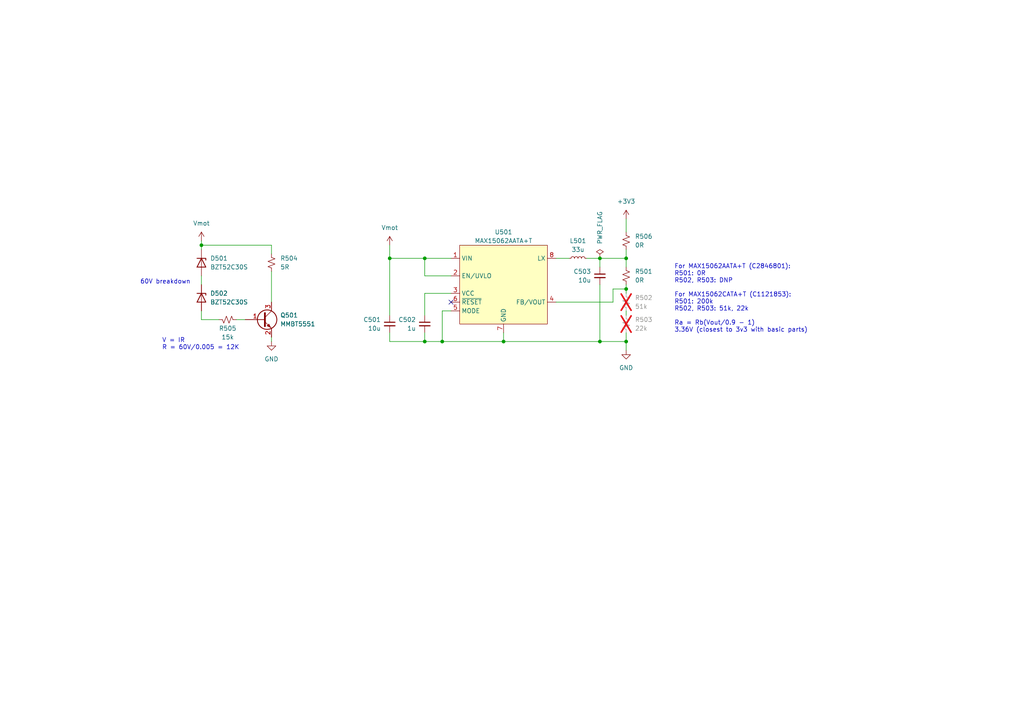
<source format=kicad_sch>
(kicad_sch (version 20230121) (generator eeschema)
  (paper "A4")
  (title_block (title "POWER SUPPLY & FILTERING") (date "2023-10-11") (rev "0.1") (company "matei repair lab"))
  (lib_symbols
    (symbol "Device:C_Small" (pin_numbers hide) (pin_names (offset 0.254) hide)
      (property "Reference" "C" (at 0.254 1.778 0))
      (property "Value" "C_Small" (at 0.254 -2.032 0))
      (symbol "C_Small_0_1"
        (polyline (pts (xy -1.524 -0.508) (xy 1.524 -0.508)) (stroke (width 0.3302)))
        (polyline (pts (xy -1.524 0.508) (xy 1.524 0.508)) (stroke (width 0.3048)))
      )
      (symbol "C_Small_1_1"
        (pin passive line (at 0 2.54 270) (length 2.032) (name "~") (number "1"))
        (pin passive line (at 0 -2.54 90) (length 2.032) (name "~") (number "2"))
      )
    )
    (symbol "Device:D_Zener" (pin_numbers hide) (pin_names (offset 1.016) hide)
      (property "Reference" "D" (at 0 2.54 0))
      (property "Value" "D_Zener" (at 0 -2.54 0))
      (symbol "D_Zener_0_1"
        (polyline (pts (xy 1.27 0) (xy -1.27 0)))
        (polyline (pts (xy -1.27 -1.27) (xy -1.27 1.27) (xy -0.762 1.27)) (stroke (width 0.254)))
        (polyline (pts (xy 1.27 -1.27) (xy 1.27 1.27) (xy -1.27 0) (xy 1.27 -1.27)) (stroke (width 0.254)))
      )
      (symbol "D_Zener_1_1"
        (pin passive line (at -3.81 0 0) (length 2.54) (name "K") (number "1"))
        (pin passive line (at 3.81 0 180) (length 2.54) (name "A") (number "2"))
      )
    )
    (symbol "Device:L_Small" (pin_numbers hide) (pin_names (offset 0.254) hide)
      (property "Reference" "L" (at 0.762 1.016 0))
      (property "Value" "L_Small" (at 0.762 -1.016 0))
      (symbol "L_Small_0_1"
        (arc (start 0 -2.032) (mid 0.5058 -1.524) (end 0 -1.016))
        (arc (start 0 -1.016) (mid 0.5058 -0.508) (end 0 0))
        (arc (start 0 0) (mid 0.5058 0.508) (end 0 1.016))
        (arc (start 0 1.016) (mid 0.5058 1.524) (end 0 2.032))
      )
      (symbol "L_Small_1_1"
        (pin passive line (at 0 2.54 270) (length 0.508) (name "~") (number "1"))
        (pin passive line (at 0 -2.54 90) (length 0.508) (name "~") (number "2"))
      )
    )
    (symbol "Device:R_Small_US" (pin_numbers hide) (pin_names (offset 0.254) hide)
      (property "Reference" "R" (at 0.762 0.508 0))
      (property "Value" "R_Small_US" (at 0.762 -1.016 0))
      (symbol "R_Small_US_1_1"
        (polyline (pts (xy 0 0) (xy 1.016 -0.381) (xy 0 -0.762) (xy -1.016 -1.143) (xy 0 -1.524)))
        (polyline (pts (xy 0 1.524) (xy 1.016 1.143) (xy 0 0.762) (xy -1.016 0.381) (xy 0 0)))
        (pin passive line (at 0 2.54 270) (length 1.016) (name "~") (number "1"))
        (pin passive line (at 0 -2.54 90) (length 1.016) (name "~") (number "2"))
      )
    )
    (symbol "Transistor_BJT:MMBT5551L" (pin_names (offset 0) hide)
      (property "Reference" "Q" (at 5.08 1.905 0))
      (property "Value" "MMBT5551L" (at 5.08 0 0))
      (symbol "MMBT5551L_0_1"
        (polyline (pts (xy 0.635 0.635) (xy 2.54 2.54)))
        (polyline (pts (xy 0.635 -0.635) (xy 2.54 -2.54) (xy 2.54 -2.54)))
        (polyline (pts (xy 0.635 1.905) (xy 0.635 -1.905) (xy 0.635 -1.905)) (stroke (width 0.508)))
        (polyline (pts (xy 1.27 -1.778) (xy 1.778 -1.27) (xy 2.286 -2.286) (xy 1.27 -1.778) (xy 1.27 -1.778)) (fill (type outline)))
        (circle (center 1.27 0) (radius 2.8194) (stroke (width 0.254)))
      )
      (symbol "MMBT5551L_1_1"
        (pin input line (at -5.08 0 0) (length 5.715) (name "B") (number "1"))
        (pin passive line (at 2.54 -5.08 90) (length 2.54) (name "E") (number "2"))
        (pin passive line (at 2.54 5.08 270) (length 2.54) (name "C") (number "3"))
      )
    )
    (symbol "easyeda2kicad:MAX15062CATA+T"
      (property "Reference" "U" (at 0 20.32 0))
      (property "Value" "MAX15062CATA+T" (at 0 17.78 0))
      (symbol "MAX15062CATA+T_0_1"
        (rectangle (start -12.7 16.51) (end 12.7 -6.35) (fill (type background)))
        (pin power_in line (at -15.24 12.7 0) (length 2.54) (name "VIN") (number "1"))
        (pin input line (at -15.24 7.62 0) (length 2.54) (name "EN/UVLO") (number "2"))
        (pin power_out line (at -15.24 2.54 0) (length 2.54) (name "VCC") (number "3"))
        (pin input line (at 15.24 0 180) (length 2.54) (name "FB/VOUT") (number "4"))
        (pin input line (at -15.24 -2.54 0) (length 2.54) (name "MODE") (number "5"))
        (pin input line (at -15.24 0 0) (length 2.54) (name "~{RESET}") (number "6"))
      )
      (symbol "MAX15062CATA+T_1_1"
        (pin power_in line (at 0 -8.89 90) (length 2.54) (name "GND") (number "7"))
        (pin power_out line (at 15.24 12.7 180) (length 2.54) (name "LX") (number "8"))
      )
    )
    (symbol "matei:Vmot" (power) (pin_names (offset 0))
      (property "Value" "Vmot" (at 0 3.81 0))
      (symbol "Vmot_0_1"
        (polyline (pts (xy -0.762 1.27) (xy 0 2.54)))
        (polyline (pts (xy 0 0) (xy 0 2.54)))
        (polyline (pts (xy 0 2.54) (xy 0.762 1.27)))
      )
      (symbol "Vmot_1_1"
        (pin power_in line (at 0 0 90) (length 0) hide (name "Vmot") (number "1"))
      )
    )
    (symbol "power:+3V3" (power) (pin_names (offset 0))
      (property "Value" "+3V3" (at 0 3.556 0))
      (symbol "+3V3_0_1"
        (polyline (pts (xy -0.762 1.27) (xy 0 2.54)))
        (polyline (pts (xy 0 0) (xy 0 2.54)))
        (polyline (pts (xy 0 2.54) (xy 0.762 1.27)))
      )
      (symbol "+3V3_1_1"
        (pin power_in line (at 0 0 90) (length 0) hide (name "+3V3") (number "1"))
      )
    )
    (symbol "power:GND" (power) (pin_names (offset 0))
      (property "Value" "GND" (at 0 -3.81 0))
      (symbol "GND_0_1"
        (polyline (pts (xy 0 0) (xy 0 -1.27) (xy 1.27 -1.27) (xy 0 -2.54) (xy -1.27 -1.27) (xy 0 -1.27)))
      )
      (symbol "GND_1_1"
        (pin power_in line (at 0 0 270) (length 0) hide (name "GND") (number "1"))
      )
    )
    (symbol "power:PWR_FLAG" (power) (pin_numbers hide) (pin_names (offset 0) hide)
      (property "Value" "PWR_FLAG" (at 0 3.81 0))
      (symbol "PWR_FLAG_0_0"
        (pin power_out line (at 0 0 90) (length 0) (name "pwr") (number "1"))
      )
      (symbol "PWR_FLAG_0_1"
        (polyline (pts (xy 0 0) (xy 0 1.27) (xy -1.016 1.905) (xy 0 2.54) (xy 1.016 1.905) (xy 0 1.27)))
      )
    )
  )
  (junction (at 123.19 99.06))
  (junction (at 181.61 83.82))
  (junction (at 146.05 99.06))
  (junction (at 113.03 74.93))
  (junction (at 173.99 74.93))
  (junction (at 173.99 99.06))
  (junction (at 123.19 74.93))
  (junction (at 58.42 71.12))
  (junction (at 181.61 74.93))
  (junction (at 128.27 99.06))
  (junction (at 181.61 99.06))
  (no_connect (at 130.81 87.63))
  (wire (pts (xy 181.61 82.55) (xy 181.61 83.82)))
  (wire (pts (xy 181.61 96.52) (xy 181.61 99.06)))
  (wire (pts (xy 58.42 90.17) (xy 58.42 92.71)))
  (wire (pts (xy 123.19 99.06) (xy 128.27 99.06)))
  (wire (pts (xy 113.03 74.93) (xy 113.03 91.44)))
  (wire (pts (xy 173.99 74.93) (xy 181.61 74.93)))
  (wire (pts (xy 58.42 71.12) (xy 58.42 72.39)))
  (wire (pts (xy 170.18 74.93) (xy 173.99 74.93)))
  (wire (pts (xy 181.61 83.82) (xy 177.8 83.82)))
  (wire (pts (xy 58.42 69.85) (xy 58.42 71.12)))
  (wire (pts (xy 181.61 74.93) (xy 181.61 77.47)))
  (wire (pts (xy 128.27 90.17) (xy 128.27 99.06)))
  (wire (pts (xy 177.8 83.82) (xy 177.8 87.63)))
  (wire (pts (xy 123.19 96.52) (xy 123.19 99.06)))
  (wire (pts (xy 181.61 83.82) (xy 181.61 85.09)))
  (wire (pts (xy 78.74 97.79) (xy 78.74 99.06)))
  (wire (pts (xy 173.99 99.06) (xy 181.61 99.06)))
  (wire (pts (xy 123.19 85.09) (xy 123.19 91.44)))
  (wire (pts (xy 78.74 78.74) (xy 78.74 87.63)))
  (wire (pts (xy 113.03 96.52) (xy 113.03 99.06)))
  (wire (pts (xy 113.03 74.93) (xy 123.19 74.93)))
  (wire (pts (xy 146.05 99.06) (xy 173.99 99.06)))
  (wire (pts (xy 113.03 99.06) (xy 123.19 99.06)))
  (wire (pts (xy 173.99 82.55) (xy 173.99 99.06)))
  (wire (pts (xy 130.81 90.17) (xy 128.27 90.17)))
  (wire (pts (xy 58.42 80.01) (xy 58.42 82.55)))
  (wire (pts (xy 181.61 90.17) (xy 181.61 91.44)))
  (wire (pts (xy 177.8 87.63) (xy 161.29 87.63)))
  (wire (pts (xy 173.99 74.93) (xy 173.99 77.47)))
  (wire (pts (xy 123.19 74.93) (xy 130.81 74.93)))
  (wire (pts (xy 181.61 63.5) (xy 181.61 67.31)))
  (wire (pts (xy 123.19 80.01) (xy 123.19 74.93)))
  (wire (pts (xy 128.27 99.06) (xy 146.05 99.06)))
  (wire (pts (xy 161.29 74.93) (xy 165.1 74.93)))
  (wire (pts (xy 58.42 71.12) (xy 78.74 71.12)))
  (wire (pts (xy 78.74 71.12) (xy 78.74 73.66)))
  (wire (pts (xy 181.61 72.39) (xy 181.61 74.93)))
  (wire (pts (xy 181.61 99.06) (xy 181.61 101.6)))
  (wire (pts (xy 113.03 71.12) (xy 113.03 74.93)))
  (wire (pts (xy 146.05 96.52) (xy 146.05 99.06)))
  (wire (pts (xy 130.81 80.01) (xy 123.19 80.01)))
  (wire (pts (xy 130.81 85.09) (xy 123.19 85.09)))
  (wire (pts (xy 58.42 92.71) (xy 63.5 92.71)))
  (wire (pts (xy 68.58 92.71) (xy 71.12 92.71)))
  (text "60V breakdown" (at 40.64 82.55 0) (effects (font (size 1.27 1.27)) (justify left bottom)))
  (text "For MAX15062AATA+T (C2846801): \nR501: 0R\nR502, R503: DNP\n\nFor MAX15062CATA+T (C1121853):\nR501: 200k\nR502, R503: 51k, 22k\n\nRa = Rb(Vout/0.9 - 1)\n3.36V (closest to 3v3 with basic parts)" (at 195.58 96.52 0) (effects (font (size 1.27 1.27)) (justify left bottom)))
  (text "V = IR\nR = 60V/0.005 = 12K" (at 46.99 101.6 0) (effects (font (size 1.27 1.27)) (justify left bottom)))
  (symbol (lib_id "matei:Vmot") (at 113.03 71.12 0) (unit 1)
    (property "Reference" "#PWR0501" (effects hide))
    (property "Value" "Vmot" (at 113.03 66.04 0))
  )
  (symbol (lib_id "power:GND") (at 181.61 101.6 0) (unit 1)
    (property "Reference" "#PWR0503" (effects hide))
    (property "Value" "GND" (at 181.61 106.68 0))
  )
  (symbol (lib_id "Transistor_BJT:MMBT5551L") (at 76.2 92.71 0) (unit 1)
    (property "Reference" "Q501" (at 81.28 91.44 0) (effects (justify left)))
    (property "Value" "MMBT5551" (at 81.28 93.98 0) (effects (justify left)))
    (property "Footprint" "Package_TO_SOT_SMD:SOT-23" (effects hide))
    (property "Datasheet" "www.onsemi.com/pub/Collateral/MMBT5550LT1-D.PDF" (effects hide))
    (property "Sim.Device" "NPN" (effects hide))
    (property "Sim.Pins" "1=C 2=B 3=E" (effects hide))
    (property "LCSC Part" "C2145" (effects hide))
  )
  (symbol (lib_id "Device:C_Small") (at 123.19 93.98 0) (unit 1)
    (property "Reference" "C502" (at 120.65 92.7163 0) (effects (justify right)))
    (property "Value" "1u" (at 120.65 95.2563 0) (effects (justify right)))
    (property "Footprint" "Capacitor_SMD:C_0402_1005Metric" (effects hide))
    (property "LCSC Part" "C52923" (effects hide))
  )
  (symbol (lib_id "Device:R_Small_US") (at 66.04 92.71 90) (mirror x) (unit 1)
    (property "Reference" "R505" (at 66.04 95.25 90))
    (property "Value" "15k" (at 66.04 97.79 90))
    (property "Footprint" "Resistor_SMD:R_0402_1005Metric" (effects hide))
    (property "LCSC Part" "C25756" (effects hide))
  )
  (symbol (lib_id "easyeda2kicad:MAX15062CATA+T") (at 146.05 87.63 0) (unit 1)
    (property "Reference" "U501" (at 146.05 67.31 0))
    (property "Value" "MAX15062AATA+T" (at 146.05 69.85 0))
    (property "Footprint" "easyeda2kicad:TDFN-8_L2.0-W2.0-P0.50-BL" (effects hide))
    (property "LCSC Part" "C2846801" (effects hide))
  )
  (symbol (lib_id "Device:D_Zener") (at 58.42 86.36 270) (unit 1)
    (property "Reference" "D502" (at 60.96 85.09 90) (effects (justify left)))
    (property "Value" "BZT52C30S" (at 60.96 87.63 90) (effects (justify left)))
    (property "Footprint" "Diode_SMD:D_SOD-323" (effects hide))
    (property "LCSC Part" "C22622" (effects hide))
  )
  (symbol (lib_id "Device:R_Small_US") (at 181.61 93.98 0) (unit 1) (in_bom no) (dnp yes)
    (property "Reference" "R503" (at 184.15 92.71 0) (effects (justify left)))
    (property "Value" "22k" (at 184.15 95.25 0) (effects (justify left)))
    (property "Footprint" "Resistor_SMD:R_0402_1005Metric" (effects hide))
    (property "LCSC Part" "C25768" (effects hide))
  )
  (symbol (lib_id "Device:D_Zener") (at 58.42 76.2 270) (unit 1)
    (property "Reference" "D501" (at 60.96 74.93 90) (effects (justify left)))
    (property "Value" "BZT52C30S" (at 60.96 77.47 90) (effects (justify left)))
    (property "Footprint" "Diode_SMD:D_SOD-323" (effects hide))
    (property "LCSC Part" "C22622" (effects hide))
  )
  (symbol (lib_id "Device:R_Small_US") (at 78.74 76.2 0) (unit 1)
    (property "Reference" "R504" (at 81.28 74.93 0) (effects (justify left)))
    (property "Value" "5R" (at 81.28 77.47 0) (effects (justify left)))
    (property "Footprint" "Resistor_SMD:R_0603_1608Metric" (effects hide))
    (property "LCSC Part" "C22936" (effects hide))
  )
  (symbol (lib_id "power:PWR_FLAG") (at 173.99 74.93 0) (unit 1)
    (property "Reference" "#FLG0501" (effects hide))
    (property "Value" "PWR_FLAG" (at 173.99 66.04 90))
  )
  (symbol (lib_id "power:GND") (at 78.74 99.06 0) (unit 1)
    (property "Reference" "#PWR0505" (effects hide))
    (property "Value" "GND" (at 78.74 104.14 0))
  )
  (symbol (lib_id "power:+3V3") (at 181.61 63.5 0) (unit 1)
    (property "Reference" "#PWR0502" (effects hide))
    (property "Value" "+3V3" (at 181.61 58.42 0))
  )
  (symbol (lib_id "Device:R_Small_US") (at 181.61 69.85 0) (unit 1)
    (property "Reference" "R506" (at 184.15 68.58 0) (effects (justify left)))
    (property "Value" "0R" (at 184.15 71.12 0) (effects (justify left)))
    (property "Footprint" "Resistor_SMD:R_0603_1608Metric" (effects hide))
    (property "LCSC Part" "C21189" (effects hide))
  )
  (symbol (lib_id "Device:L_Small") (at 167.64 74.93 90) (unit 1)
    (property "Reference" "L501" (at 167.64 69.85 90))
    (property "Value" "33u" (at 167.64 72.39 90))
    (property "Footprint" "easyeda2kicad:IND-SMD_L4.0-W4.0" (effects hide))
    (property "LCSC Part" "C602034" (effects hide))
  )
  (symbol (lib_id "matei:Vmot") (at 58.42 69.85 0) (unit 1)
    (property "Reference" "#PWR0504" (effects hide))
    (property "Value" "Vmot" (at 58.42 64.77 0))
  )
  (symbol (lib_id "Device:C_Small") (at 113.03 93.98 0) (unit 1)
    (property "Reference" "C501" (at 110.49 92.7163 0) (effects (justify right)))
    (property "Value" "10u" (at 110.49 95.2563 0) (effects (justify right)))
    (property "Footprint" "Capacitor_SMD:C_0805_2012Metric" (effects hide))
    (property "LCSC Part" "C440198" (effects hide))
  )
  (symbol (lib_id "Device:R_Small_US") (at 181.61 87.63 0) (unit 1) (in_bom no) (dnp yes)
    (property "Reference" "R502" (at 184.15 86.36 0) (effects (justify left)))
    (property "Value" "51k" (at 184.15 88.9 0) (effects (justify left)))
    (property "Footprint" "Resistor_SMD:R_0402_1005Metric" (effects hide))
    (property "LCSC Part" "C25794" (effects hide))
  )
  (symbol (lib_id "Device:C_Small") (at 173.99 80.01 0) (unit 1)
    (property "Reference" "C503" (at 171.45 78.7463 0) (effects (justify right)))
    (property "Value" "10u" (at 171.45 81.2863 0) (effects (justify right)))
    (property "Footprint" "Capacitor_SMD:C_0805_2012Metric" (effects hide))
    (property "LCSC Part" "C440198" (effects hide))
  )
  (symbol (lib_id "Device:R_Small_US") (at 181.61 80.01 0) (unit 1)
    (property "Reference" "R501" (at 184.15 78.74 0) (effects (justify left)))
    (property "Value" "0R" (at 184.15 81.28 0) (effects (justify left)))
    (property "Footprint" "Resistor_SMD:R_0402_1005Metric" (effects hide))
    (property "LCSC Part" "C17168" (effects hide))
  )
)
</source>
